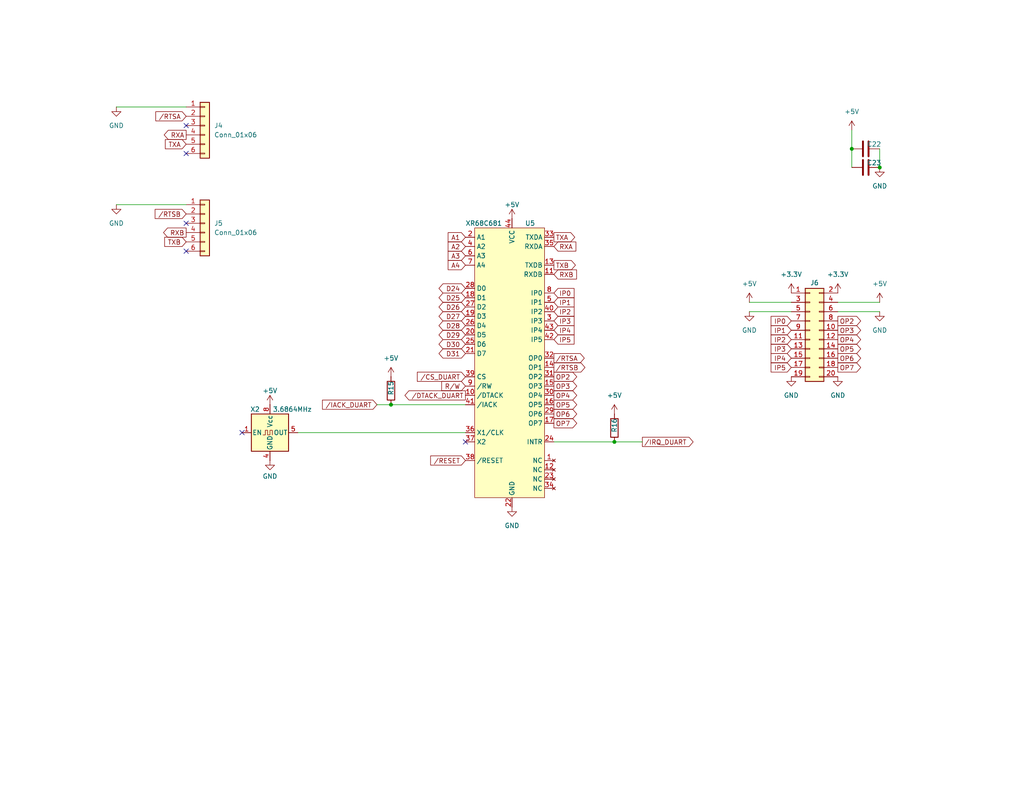
<source format=kicad_sch>
(kicad_sch (version 20231120) (generator "eeschema") (generator_version "8.0")
  (paper "A")
  (title_block (title "Mackerel-30") (date "2024-11-09") (rev "0.1") (company "Colin Maykish"))
  (lib_symbols
    (symbol "Connector_Generic:Conn_01x06" (pin_names (offset 1.016) hide)
      (property "Reference" "J" (at 0 7.62 0))
      (property "Value" "Conn_01x06" (at 0 -10.16 0))
      (symbol "Conn_01x06_1_1"
        (rectangle (start -1.27 -7.493) (end 0 -7.747) (stroke (width 0.1524)))
        (rectangle (start -1.27 -4.953) (end 0 -5.207) (stroke (width 0.1524)))
        (rectangle (start -1.27 -2.413) (end 0 -2.667) (stroke (width 0.1524)))
        (rectangle (start -1.27 0.127) (end 0 -0.127) (stroke (width 0.1524)))
        (rectangle (start -1.27 2.667) (end 0 2.413) (stroke (width 0.1524)))
        (rectangle (start -1.27 5.207) (end 0 4.953) (stroke (width 0.1524)))
        (rectangle (start -1.27 6.35) (end 1.27 -8.89) (stroke (width 0.254)) (fill (type background)))
        (pin passive line (at -5.08 5.08 0) (length 3.81) (name "Pin_1") (number "1"))
        (pin passive line (at -5.08 2.54 0) (length 3.81) (name "Pin_2") (number "2"))
        (pin passive line (at -5.08 0 0) (length 3.81) (name "Pin_3") (number "3"))
        (pin passive line (at -5.08 -2.54 0) (length 3.81) (name "Pin_4") (number "4"))
        (pin passive line (at -5.08 -5.08 0) (length 3.81) (name "Pin_5") (number "5"))
        (pin passive line (at -5.08 -7.62 0) (length 3.81) (name "Pin_6") (number "6"))
      )
    )
    (symbol "Connector_Generic:Conn_02x10_Odd_Even" (pin_names (offset 1.016) hide)
      (property "Reference" "J" (at 1.27 12.7 0))
      (property "Value" "Conn_02x10_Odd_Even" (at 1.27 -15.24 0))
      (symbol "Conn_02x10_Odd_Even_1_1"
        (rectangle (start -1.27 -12.573) (end 0 -12.827) (stroke (width 0.1524)))
        (rectangle (start -1.27 -10.033) (end 0 -10.287) (stroke (width 0.1524)))
        (rectangle (start -1.27 -7.493) (end 0 -7.747) (stroke (width 0.1524)))
        (rectangle (start -1.27 -4.953) (end 0 -5.207) (stroke (width 0.1524)))
        (rectangle (start -1.27 -2.413) (end 0 -2.667) (stroke (width 0.1524)))
        (rectangle (start -1.27 0.127) (end 0 -0.127) (stroke (width 0.1524)))
        (rectangle (start -1.27 2.667) (end 0 2.413) (stroke (width 0.1524)))
        (rectangle (start -1.27 5.207) (end 0 4.953) (stroke (width 0.1524)))
        (rectangle (start -1.27 7.747) (end 0 7.493) (stroke (width 0.1524)))
        (rectangle (start -1.27 10.287) (end 0 10.033) (stroke (width 0.1524)))
        (rectangle (start -1.27 11.43) (end 3.81 -13.97) (stroke (width 0.254)) (fill (type background)))
        (rectangle (start 3.81 -12.573) (end 2.54 -12.827) (stroke (width 0.1524)))
        (rectangle (start 3.81 -10.033) (end 2.54 -10.287) (stroke (width 0.1524)))
        (rectangle (start 3.81 -7.493) (end 2.54 -7.747) (stroke (width 0.1524)))
        (rectangle (start 3.81 -4.953) (end 2.54 -5.207) (stroke (width 0.1524)))
        (rectangle (start 3.81 -2.413) (end 2.54 -2.667) (stroke (width 0.1524)))
        (rectangle (start 3.81 0.127) (end 2.54 -0.127) (stroke (width 0.1524)))
        (rectangle (start 3.81 2.667) (end 2.54 2.413) (stroke (width 0.1524)))
        (rectangle (start 3.81 5.207) (end 2.54 4.953) (stroke (width 0.1524)))
        (rectangle (start 3.81 7.747) (end 2.54 7.493) (stroke (width 0.1524)))
        (rectangle (start 3.81 10.287) (end 2.54 10.033) (stroke (width 0.1524)))
        (pin passive line (at -5.08 10.16 0) (length 3.81) (name "Pin_1") (number "1"))
        (pin passive line (at 7.62 0 180) (length 3.81) (name "Pin_10") (number "10"))
        (pin passive line (at -5.08 -2.54 0) (length 3.81) (name "Pin_11") (number "11"))
        (pin passive line (at 7.62 -2.54 180) (length 3.81) (name "Pin_12") (number "12"))
        (pin passive line (at -5.08 -5.08 0) (length 3.81) (name "Pin_13") (number "13"))
        (pin passive line (at 7.62 -5.08 180) (length 3.81) (name "Pin_14") (number "14"))
        (pin passive line (at -5.08 -7.62 0) (length 3.81) (name "Pin_15") (number "15"))
        (pin passive line (at 7.62 -7.62 180) (length 3.81) (name "Pin_16") (number "16"))
        (pin passive line (at -5.08 -10.16 0) (length 3.81) (name "Pin_17") (number "17"))
        (pin passive line (at 7.62 -10.16 180) (length 3.81) (name "Pin_18") (number "18"))
        (pin passive line (at -5.08 -12.7 0) (length 3.81) (name "Pin_19") (number "19"))
        (pin passive line (at 7.62 10.16 180) (length 3.81) (name "Pin_2") (number "2"))
        (pin passive line (at 7.62 -12.7 180) (length 3.81) (name "Pin_20") (number "20"))
        (pin passive line (at -5.08 7.62 0) (length 3.81) (name "Pin_3") (number "3"))
        (pin passive line (at 7.62 7.62 180) (length 3.81) (name "Pin_4") (number "4"))
        (pin passive line (at -5.08 5.08 0) (length 3.81) (name "Pin_5") (number "5"))
        (pin passive line (at 7.62 5.08 180) (length 3.81) (name "Pin_6") (number "6"))
        (pin passive line (at -5.08 2.54 0) (length 3.81) (name "Pin_7") (number "7"))
        (pin passive line (at 7.62 2.54 180) (length 3.81) (name "Pin_8") (number "8"))
        (pin passive line (at -5.08 0 0) (length 3.81) (name "Pin_9") (number "9"))
      )
    )
    (symbol "Device:C" (pin_numbers hide) (pin_names (offset 0.254))
      (property "Reference" "C" (at 0.635 2.54 0))
      (property "Value" "C" (at 0.635 -2.54 0))
      (symbol "C_0_1"
        (polyline (pts (xy -2.032 -0.762) (xy 2.032 -0.762)) (stroke (width 0.508)))
        (polyline (pts (xy -2.032 0.762) (xy 2.032 0.762)) (stroke (width 0.508)))
      )
      (symbol "C_1_1"
        (pin passive line (at 0 3.81 270) (length 2.794) (name "~") (number "1"))
        (pin passive line (at 0 -3.81 90) (length 2.794) (name "~") (number "2"))
      )
    )
    (symbol "Device:R" (pin_numbers hide) (pin_names (offset 0))
      (property "Reference" "R" (at 2.032 0 90))
      (property "Value" "R" (at 0 0 90))
      (symbol "R_0_1"
        (rectangle (start -1.016 -2.54) (end 1.016 2.54) (stroke (width 0.254)))
      )
      (symbol "R_1_1"
        (pin passive line (at 0 3.81 270) (length 1.27) (name "~") (number "1"))
        (pin passive line (at 0 -3.81 90) (length 1.27) (name "~") (number "2"))
      )
    )
    (symbol "Oscillator:CXO_DIP8" (pin_names (offset 0.254))
      (property "Reference" "X" (at -5.08 6.35 0))
      (property "Value" "CXO_DIP8" (at 1.27 -6.35 0))
      (symbol "CXO_DIP8_0_1"
        (rectangle (start -5.08 5.08) (end 5.08 -5.08) (stroke (width 0.254)) (fill (type background)))
        (polyline (pts (xy -1.905 -0.635) (xy -1.27 -0.635) (xy -1.27 0.635) (xy -0.635 0.635) (xy -0.635 -0.635) (xy 0 -0.635) (xy 0 0.635) (xy 0.635 0.635) (xy 0.635 -0.635)))
      )
      (symbol "CXO_DIP8_1_1"
        (pin input line (at -7.62 0 0) (length 2.54) (name "EN") (number "1"))
        (pin power_in line (at 0 -7.62 90) (length 2.54) (name "GND") (number "4"))
        (pin output line (at 7.62 0 180) (length 2.54) (name "OUT") (number "5"))
        (pin power_in line (at 0 7.62 270) (length 2.54) (name "Vcc") (number "8"))
      )
    )
    (symbol "mackerel-68k-symbols:XR68C681"
      (property "Reference" "U" (at 6.35 33.02 0))
      (property "Value" "XR68C681" (at 0 0 0))
      (symbol "XR68C681_0_1"
        (rectangle (start -10.16 31.75) (end 8.89 -41.91) (fill (type background)))
      )
      (symbol "XR68C681_1_1"
        (pin no_connect line (at 11.43 -31.75 180) (length 2.54) (name "NC") (number "1"))
        (pin output line (at -12.7 -13.97 0) (length 2.54) (name "/DTACK") (number "10"))
        (pin output line (at 11.43 19.05 180) (length 2.54) (name "RXDB") (number "11"))
        (pin no_connect line (at 11.43 -34.29 180) (length 2.54) (name "NC") (number "12"))
        (pin input line (at 11.43 21.59 180) (length 2.54) (name "TXDB") (number "13"))
        (pin output line (at 11.43 -6.35 180) (length 2.54) (name "OP1") (number "14"))
        (pin output line (at 11.43 -11.43 180) (length 2.54) (name "OP3") (number "15"))
        (pin output line (at 11.43 -16.51 180) (length 2.54) (name "OP5") (number "16"))
        (pin output line (at 11.43 -21.59 180) (length 2.54) (name "OP7") (number "17"))
        (pin bidirectional line (at -12.7 12.7 0) (length 2.54) (name "D1") (number "18"))
        (pin bidirectional line (at -12.7 7.62 0) (length 2.54) (name "D3") (number "19"))
        (pin input line (at -12.7 29.21 0) (length 2.54) (name "A1") (number "2"))
        (pin bidirectional line (at -12.7 2.54 0) (length 2.54) (name "D5") (number "20"))
        (pin bidirectional line (at -12.7 -2.54 0) (length 2.54) (name "D7") (number "21"))
        (pin power_in line (at 0 -44.45 90) (length 2.54) (name "GND") (number "22"))
        (pin no_connect line (at 11.43 -36.83 180) (length 2.54) (name "NC") (number "23"))
        (pin output line (at 11.43 -26.67 180) (length 2.54) (name "INTR") (number "24"))
        (pin bidirectional line (at -12.7 0 0) (length 2.54) (name "D6") (number "25"))
        (pin bidirectional line (at -12.7 5.08 0) (length 2.54) (name "D4") (number "26"))
        (pin bidirectional line (at -12.7 10.16 0) (length 2.54) (name "D2") (number "27"))
        (pin bidirectional line (at -12.7 15.24 0) (length 2.54) (name "D0") (number "28"))
        (pin output line (at 11.43 -19.05 180) (length 2.54) (name "OP6") (number "29"))
        (pin input line (at 11.43 6.35 180) (length 2.54) (name "IP3") (number "3"))
        (pin output line (at 11.43 -13.97 180) (length 2.54) (name "OP4") (number "30"))
        (pin output line (at 11.43 -8.89 180) (length 2.54) (name "OP2") (number "31"))
        (pin output line (at 11.43 -3.81 180) (length 2.54) (name "OP0") (number "32"))
        (pin input line (at 11.43 29.21 180) (length 2.54) (name "TXDA") (number "33"))
        (pin no_connect line (at 11.43 -39.37 180) (length 2.54) (name "NC") (number "34"))
        (pin output line (at 11.43 26.67 180) (length 2.54) (name "RXDA") (number "35"))
        (pin input line (at -12.7 -24.13 0) (length 2.54) (name "X1/CLK") (number "36"))
        (pin input line (at -12.7 -26.67 0) (length 2.54) (name "X2") (number "37"))
        (pin input line (at -12.7 -31.75 0) (length 2.54) (name "/RESET") (number "38"))
        (pin input line (at -12.7 -8.89 0) (length 2.54) (name "CS") (number "39"))
        (pin input line (at -12.7 26.67 0) (length 2.54) (name "A2") (number "4"))
        (pin input line (at 11.43 8.89 180) (length 2.54) (name "IP2") (number "40"))
        (pin input line (at -12.7 -16.51 0) (length 2.54) (name "/IACK") (number "41"))
        (pin input line (at 11.43 1.27 180) (length 2.54) (name "IP5") (number "42"))
        (pin input line (at 11.43 3.81 180) (length 2.54) (name "IP4") (number "43"))
        (pin power_in line (at 0 34.29 270) (length 2.54) (name "VCC") (number "44"))
        (pin input line (at 11.43 11.43 180) (length 2.54) (name "IP1") (number "5"))
        (pin input line (at -12.7 24.13 0) (length 2.54) (name "A3") (number "6"))
        (pin input line (at -12.7 21.59 0) (length 2.54) (name "A4") (number "7"))
        (pin input line (at 11.43 13.97 180) (length 2.54) (name "IP0") (number "8"))
        (pin input line (at -12.7 -11.43 0) (length 2.54) (name "/RW") (number "9"))
      )
    )
    (symbol "power:+3.3V" (power) (pin_numbers hide) (pin_names (offset 0) hide)
      (property "Value" "+3.3V" (at 0 3.556 0))
      (symbol "+3.3V_0_1"
        (polyline (pts (xy -0.762 1.27) (xy 0 2.54)))
        (polyline (pts (xy 0 0) (xy 0 2.54)))
        (polyline (pts (xy 0 2.54) (xy 0.762 1.27)))
      )
      (symbol "+3.3V_1_1"
        (pin power_in line (at 0 0 90) (length 0) (name "~") (number "1"))
      )
    )
    (symbol "power:+5V" (power) (pin_numbers hide) (pin_names (offset 0) hide)
      (property "Value" "+5V" (at 0 3.556 0))
      (symbol "+5V_0_1"
        (polyline (pts (xy -0.762 1.27) (xy 0 2.54)))
        (polyline (pts (xy 0 0) (xy 0 2.54)))
        (polyline (pts (xy 0 2.54) (xy 0.762 1.27)))
      )
      (symbol "+5V_1_1"
        (pin power_in line (at 0 0 90) (length 0) (name "~") (number "1"))
      )
    )
    (symbol "power:GND" (power) (pin_numbers hide) (pin_names (offset 0) hide)
      (property "Value" "GND" (at 0 -3.81 0))
      (symbol "GND_0_1"
        (polyline (pts (xy 0 0) (xy 0 -1.27) (xy 1.27 -1.27) (xy 0 -2.54) (xy -1.27 -1.27) (xy 0 -1.27)))
      )
      (symbol "GND_1_1"
        (pin power_in line (at 0 0 270) (length 0) (name "~") (number "1"))
      )
    )
  )
  (junction (at 106.68 110.49))
  (junction (at 240.03 45.72))
  (junction (at 167.64 120.65))
  (junction (at 232.41 40.64))
  (no_connect (at 66.04 118.11))
  (no_connect (at 50.8 34.29))
  (no_connect (at 50.8 68.58))
  (no_connect (at 127 120.65))
  (no_connect (at 50.8 41.91))
  (no_connect (at 50.8 60.96))
  (wire (pts (xy 106.68 110.49) (xy 127 110.49)))
  (wire (pts (xy 232.41 40.64) (xy 232.41 45.72)))
  (wire (pts (xy 81.28 118.11) (xy 127 118.11)))
  (wire (pts (xy 204.47 82.55) (xy 215.9 82.55)))
  (wire (pts (xy 167.64 120.65) (xy 151.13 120.65)))
  (wire (pts (xy 102.87 110.49) (xy 106.68 110.49)))
  (wire (pts (xy 204.47 85.09) (xy 215.9 85.09)))
  (wire (pts (xy 232.41 35.56) (xy 232.41 40.64)))
  (wire (pts (xy 240.03 85.09) (xy 228.6 85.09)))
  (wire (pts (xy 240.03 40.64) (xy 240.03 45.72)))
  (wire (pts (xy 175.26 120.65) (xy 167.64 120.65)))
  (wire (pts (xy 240.03 82.55) (xy 228.6 82.55)))
  (wire (pts (xy 31.75 29.21) (xy 50.8 29.21)))
  (wire (pts (xy 31.75 55.88) (xy 50.8 55.88)))
  (global_label "TXA" (shape output) (at 151.13 64.77 0) (property "Intersheetrefs" "${INTERSHEET_REFS}" (effects (hide yes))))
  (global_label "{slash}RESET" (shape input) (at 127 125.73 180) (property "Intersheetrefs" "${INTERSHEET_REFS}" (effects (hide yes))))
  (global_label "IP2" (shape input) (at 215.9 92.71 180) (property "Intersheetrefs" "${INTERSHEET_REFS}" (effects (hide yes))))
  (global_label "RXA" (shape input) (at 151.13 67.31 0) (property "Intersheetrefs" "${INTERSHEET_REFS}" (effects (hide yes))))
  (global_label "D31" (shape bidirectional) (at 127 96.52 180) (property "Intersheetrefs" "${INTERSHEET_REFS}" (effects (hide yes))))
  (global_label "{slash}RTSB" (shape input) (at 50.8 58.42 180) (property "Intersheetrefs" "${INTERSHEET_REFS}" (effects (hide yes))))
  (global_label "IP0" (shape input) (at 215.9 87.63 180) (property "Intersheetrefs" "${INTERSHEET_REFS}" (effects (hide yes))))
  (global_label "A1" (shape input) (at 127 64.77 180) (property "Intersheetrefs" "${INTERSHEET_REFS}" (effects (hide yes))))
  (global_label "{slash}IRQ_DUART" (shape output) (at 175.26 120.65 0) (property "Intersheetrefs" "${INTERSHEET_REFS}" (effects (hide yes))))
  (global_label "RXA" (shape output) (at 50.8 36.83 180) (property "Intersheetrefs" "${INTERSHEET_REFS}" (effects (hide yes))))
  (global_label "{slash}RTSA" (shape input) (at 50.8 31.75 180) (property "Intersheetrefs" "${INTERSHEET_REFS}" (effects (hide yes))))
  (global_label "TXA" (shape input) (at 50.8 39.37 180) (property "Intersheetrefs" "${INTERSHEET_REFS}" (effects (hide yes))))
  (global_label "IP0" (shape input) (at 151.13 80.01 0) (property "Intersheetrefs" "${INTERSHEET_REFS}" (effects (hide yes))))
  (global_label "IP1" (shape input) (at 151.13 82.55 0) (property "Intersheetrefs" "${INTERSHEET_REFS}" (effects (hide yes))))
  (global_label "OP4" (shape output) (at 228.6 92.71 0) (property "Intersheetrefs" "${INTERSHEET_REFS}" (effects (hide yes))))
  (global_label "RXB" (shape output) (at 50.8 63.5 180) (property "Intersheetrefs" "${INTERSHEET_REFS}" (effects (hide yes))))
  (global_label "IP4" (shape input) (at 151.13 90.17 0) (property "Intersheetrefs" "${INTERSHEET_REFS}" (effects (hide yes))))
  (global_label "IP5" (shape input) (at 215.9 100.33 180) (property "Intersheetrefs" "${INTERSHEET_REFS}" (effects (hide yes))))
  (global_label "OP6" (shape output) (at 228.6 97.79 0) (property "Intersheetrefs" "${INTERSHEET_REFS}" (effects (hide yes))))
  (global_label "OP2" (shape output) (at 151.13 102.87 0) (property "Intersheetrefs" "${INTERSHEET_REFS}" (effects (hide yes))))
  (global_label "D30" (shape bidirectional) (at 127 93.98 180) (property "Intersheetrefs" "${INTERSHEET_REFS}" (effects (hide yes))))
  (global_label "IP4" (shape input) (at 215.9 97.79 180) (property "Intersheetrefs" "${INTERSHEET_REFS}" (effects (hide yes))))
  (global_label "OP6" (shape output) (at 151.13 113.03 0) (property "Intersheetrefs" "${INTERSHEET_REFS}" (effects (hide yes))))
  (global_label "IP5" (shape input) (at 151.13 92.71 0) (property "Intersheetrefs" "${INTERSHEET_REFS}" (effects (hide yes))))
  (global_label "OP7" (shape output) (at 228.6 100.33 0) (property "Intersheetrefs" "${INTERSHEET_REFS}" (effects (hide yes))))
  (global_label "D25" (shape bidirectional) (at 127 81.28 180) (property "Intersheetrefs" "${INTERSHEET_REFS}" (effects (hide yes))))
  (global_label "OP3" (shape output) (at 228.6 90.17 0) (property "Intersheetrefs" "${INTERSHEET_REFS}" (effects (hide yes))))
  (global_label "TXB" (shape input) (at 50.8 66.04 180) (property "Intersheetrefs" "${INTERSHEET_REFS}" (effects (hide yes))))
  (global_label "OP5" (shape output) (at 228.6 95.25 0) (property "Intersheetrefs" "${INTERSHEET_REFS}" (effects (hide yes))))
  (global_label "A2" (shape input) (at 127 67.31 180) (property "Intersheetrefs" "${INTERSHEET_REFS}" (effects (hide yes))))
  (global_label "OP5" (shape output) (at 151.13 110.49 0) (property "Intersheetrefs" "${INTERSHEET_REFS}" (effects (hide yes))))
  (global_label "{slash}RTSA" (shape output) (at 151.13 97.79 0) (property "Intersheetrefs" "${INTERSHEET_REFS}" (effects (hide yes))))
  (global_label "IP3" (shape input) (at 215.9 95.25 180) (property "Intersheetrefs" "${INTERSHEET_REFS}" (effects (hide yes))))
  (global_label "OP4" (shape output) (at 151.13 107.95 0) (property "Intersheetrefs" "${INTERSHEET_REFS}" (effects (hide yes))))
  (global_label "TXB" (shape output) (at 151.13 72.39 0) (property "Intersheetrefs" "${INTERSHEET_REFS}" (effects (hide yes))))
  (global_label "D27" (shape bidirectional) (at 127 86.36 180) (property "Intersheetrefs" "${INTERSHEET_REFS}" (effects (hide yes))))
  (global_label "RXB" (shape input) (at 151.13 74.93 0) (property "Intersheetrefs" "${INTERSHEET_REFS}" (effects (hide yes))))
  (global_label "OP3" (shape output) (at 151.13 105.41 0) (property "Intersheetrefs" "${INTERSHEET_REFS}" (effects (hide yes))))
  (global_label "{slash}CS_DUART" (shape input) (at 127 102.87 180) (property "Intersheetrefs" "${INTERSHEET_REFS}" (effects (hide yes))))
  (global_label "D24" (shape bidirectional) (at 127 78.74 180) (property "Intersheetrefs" "${INTERSHEET_REFS}" (effects (hide yes))))
  (global_label "{slash}RTSB" (shape output) (at 151.13 100.33 0) (property "Intersheetrefs" "${INTERSHEET_REFS}" (effects (hide yes))))
  (global_label "D26" (shape bidirectional) (at 127 83.82 180) (property "Intersheetrefs" "${INTERSHEET_REFS}" (effects (hide yes))))
  (global_label "OP2" (shape output) (at 228.6 87.63 0) (property "Intersheetrefs" "${INTERSHEET_REFS}" (effects (hide yes))))
  (global_label "A3" (shape input) (at 127 69.85 180) (property "Intersheetrefs" "${INTERSHEET_REFS}" (effects (hide yes))))
  (global_label "{slash}DTACK_DUART" (shape output) (at 127 107.95 180) (property "Intersheetrefs" "${INTERSHEET_REFS}" (effects (hide yes))))
  (global_label "OP7" (shape output) (at 151.13 115.57 0) (property "Intersheetrefs" "${INTERSHEET_REFS}" (effects (hide yes))))
  (global_label "R{slash}W" (shape input) (at 127 105.41 180) (property "Intersheetrefs" "${INTERSHEET_REFS}" (effects (hide yes))))
  (global_label "D29" (shape bidirectional) (at 127 91.44 180) (property "Intersheetrefs" "${INTERSHEET_REFS}" (effects (hide yes))))
  (global_label "IP1" (shape input) (at 215.9 90.17 180) (property "Intersheetrefs" "${INTERSHEET_REFS}" (effects (hide yes))))
  (global_label "IP2" (shape input) (at 151.13 85.09 0) (property "Intersheetrefs" "${INTERSHEET_REFS}" (effects (hide yes))))
  (global_label "A4" (shape input) (at 127 72.39 180) (property "Intersheetrefs" "${INTERSHEET_REFS}" (effects (hide yes))))
  (global_label "{slash}IACK_DUART" (shape input) (at 102.87 110.49 180) (property "Intersheetrefs" "${INTERSHEET_REFS}" (effects (hide yes))))
  (global_label "IP3" (shape input) (at 151.13 87.63 0) (property "Intersheetrefs" "${INTERSHEET_REFS}" (effects (hide yes))))
  (global_label "D28" (shape bidirectional) (at 127 88.9 180) (property "Intersheetrefs" "${INTERSHEET_REFS}" (effects (hide yes))))
  (symbol (lib_id "power:+5V") (at 232.41 35.56 0) (unit 1)
    (property "Reference" "#PWR040" (effects (hide yes)))
    (property "Value" "+5V" (at 232.41 30.48 0))
    (property "Description" "Power symbol creates a global label with name \"+5V\"" (effects (hide yes)))
  )
  (symbol (lib_id "mackerel-68k-symbols:XR68C681") (at 139.7 93.98 0) (unit 1)
    (property "Reference" "U5" (at 143.256 60.96 0) (effects (justify left)))
    (property "Value" "XR68C681" (at 127 60.96 0) (effects (justify left)))
    (property "Footprint" "Package_LCC:PLCC-44_THT-Socket" (effects (hide yes)))
  )
  (symbol (lib_id "Connector_Generic:Conn_01x06") (at 55.88 34.29 0) (unit 1)
    (property "Reference" "J4" (at 58.42 34.2899 0) (effects (justify left)))
    (property "Value" "Conn_01x06" (at 58.42 36.8299 0) (effects (justify left)))
    (property "Footprint" "Connector_PinHeader_2.54mm:PinHeader_1x06_P2.54mm_Vertical" (effects (hide yes)))
    (property "Description" "Generic connector, single row, 01x06, script generated (kicad-library-utils/schlib/autogen/connector/)" (effects (hide yes)))
  )
  (symbol (lib_id "Device:R") (at 106.68 106.68 180) (unit 1)
    (property "Reference" "R15" (at 106.68 107.95 90) (effects (justify right)))
    (property "Value" "4k7" (effects (hide yes)))
    (property "Footprint" "Resistor_THT:R_Axial_DIN0207_L6.3mm_D2.5mm_P7.62mm_Horizontal" (effects (hide yes)))
    (property "Description" "Resistor" (effects (hide yes)))
  )
  (symbol (lib_id "power:+5V") (at 73.66 110.49 0) (unit 1)
    (property "Reference" "#PWR028" (effects (hide yes)))
    (property "Value" "+5V" (at 73.66 106.68 0))
    (property "Description" "Power symbol creates a global label with name \"+5V\"" (effects (hide yes)))
  )
  (symbol (lib_id "power:GND") (at 31.75 55.88 0) (unit 1)
    (property "Reference" "#PWR027" (effects (hide yes)))
    (property "Value" "GND" (at 31.75 60.96 0))
    (property "Description" "Power symbol creates a global label with name \"GND\" , ground" (effects (hide yes)))
  )
  (symbol (lib_id "power:GND") (at 73.66 125.73 0) (unit 1)
    (property "Reference" "#PWR029" (effects (hide yes)))
    (property "Value" "GND" (at 73.66 130.048 0))
    (property "Description" "Power symbol creates a global label with name \"GND\" , ground" (effects (hide yes)))
  )
  (symbol (lib_id "Device:R") (at 167.64 116.84 180) (unit 1)
    (property "Reference" "R16" (at 167.64 118.11 90) (effects (justify right)))
    (property "Value" "4k7" (effects (hide yes)))
    (property "Footprint" "Resistor_THT:R_Axial_DIN0207_L6.3mm_D2.5mm_P7.62mm_Horizontal" (effects (hide yes)))
    (property "Description" "Resistor" (effects (hide yes)))
  )
  (symbol (lib_id "power:GND") (at 139.7 138.43 0) (unit 1)
    (property "Reference" "#PWR032" (effects (hide yes)))
    (property "Value" "GND" (at 139.7 143.51 0))
    (property "Description" "Power symbol creates a global label with name \"GND\" , ground" (effects (hide yes)))
  )
  (symbol (lib_id "power:+3.3V") (at 228.6 80.01 0) (unit 1)
    (property "Reference" "#PWR038" (effects (hide yes)))
    (property "Value" "+3.3V" (at 228.6 74.93 0))
    (property "Description" "Power symbol creates a global label with name \"+3.3V\"" (effects (hide yes)))
  )
  (symbol (lib_id "power:+5V") (at 240.03 82.55 0) (unit 1)
    (property "Reference" "#PWR042" (effects (hide yes)))
    (property "Value" "+5V" (at 240.03 77.47 0))
    (property "Description" "Power symbol creates a global label with name \"+5V\"" (effects (hide yes)))
  )
  (symbol (lib_id "power:+5V") (at 106.68 102.87 0) (unit 1)
    (property "Reference" "#PWR030" (effects (hide yes)))
    (property "Value" "+5V" (at 106.68 97.79 0))
    (property "Description" "Power symbol creates a global label with name \"+5V\"" (effects (hide yes)))
  )
  (symbol (lib_id "power:GND") (at 240.03 85.09 0) (unit 1)
    (property "Reference" "#PWR043" (effects (hide yes)))
    (property "Value" "GND" (at 240.03 90.17 0))
    (property "Description" "Power symbol creates a global label with name \"GND\" , ground" (effects (hide yes)))
  )
  (symbol (lib_id "power:GND") (at 31.75 29.21 0) (unit 1)
    (property "Reference" "#PWR026" (effects (hide yes)))
    (property "Value" "GND" (at 31.75 34.29 0))
    (property "Description" "Power symbol creates a global label with name \"GND\" , ground" (effects (hide yes)))
  )
  (symbol (lib_id "power:GND") (at 204.47 85.09 0) (unit 1)
    (property "Reference" "#PWR035" (effects (hide yes)))
    (property "Value" "GND" (at 204.47 90.17 0))
    (property "Description" "Power symbol creates a global label with name \"GND\" , ground" (effects (hide yes)))
  )
  (symbol (lib_id "Device:C") (at 236.22 40.64 90) (unit 1)
    (property "Reference" "C22" (at 238.506 39.37 90))
    (property "Value" "0.1uF" (effects (hide yes)))
    (property "Footprint" "Capacitor_THT:C_Disc_D4.3mm_W1.9mm_P5.00mm" (effects (hide yes)))
    (property "Description" "Unpolarized capacitor" (effects (hide yes)))
  )
  (symbol (lib_id "power:GND") (at 228.6 102.87 0) (unit 1)
    (property "Reference" "#PWR039" (effects (hide yes)))
    (property "Value" "GND" (at 228.6 107.95 0))
    (property "Description" "Power symbol creates a global label with name \"GND\" , ground" (effects (hide yes)))
  )
  (symbol (lib_id "power:GND") (at 240.03 45.72 0) (unit 1)
    (property "Reference" "#PWR041" (effects (hide yes)))
    (property "Value" "GND" (at 240.03 50.8 0))
    (property "Description" "Power symbol creates a global label with name \"GND\" , ground" (effects (hide yes)))
  )
  (symbol (lib_id "Connector_Generic:Conn_02x10_Odd_Even") (at 220.98 90.17 0) (unit 1)
    (property "Reference" "J6" (at 222.25 77.216 0))
    (property "Value" "Conn_02x10_Odd_Even" (effects (hide yes)))
    (property "Footprint" "Connector_PinHeader_2.54mm:PinHeader_2x10_P2.54mm_Vertical" (effects (hide yes)))
    (property "Description" "Generic connector, double row, 02x10, odd/even pin numbering scheme (row 1 odd numbers, row 2 even numbers), script generated (kicad-library-utils/schlib/autogen/connector/)" (effects (hide yes)))
  )
  (symbol (lib_id "power:+5V") (at 167.64 113.03 0) (unit 1)
    (property "Reference" "#PWR033" (effects (hide yes)))
    (property "Value" "+5V" (at 167.64 107.95 0))
    (property "Description" "Power symbol creates a global label with name \"+5V\"" (effects (hide yes)))
  )
  (symbol (lib_id "power:+5V") (at 139.7 59.69 0) (unit 1)
    (property "Reference" "#PWR031" (effects (hide yes)))
    (property "Value" "+5V" (at 139.7 55.88 0))
    (property "Description" "Power symbol creates a global label with name \"+5V\"" (effects (hide yes)))
  )
  (symbol (lib_id "Device:C") (at 236.22 45.72 90) (unit 1)
    (property "Reference" "C23" (at 238.506 44.45 90))
    (property "Value" "0.1uF" (effects (hide yes)))
    (property "Footprint" "Capacitor_THT:C_Disc_D4.3mm_W1.9mm_P5.00mm" (effects (hide yes)))
    (property "Description" "Unpolarized capacitor" (effects (hide yes)))
  )
  (symbol (lib_id "power:GND") (at 215.9 102.87 0) (unit 1)
    (property "Reference" "#PWR037" (effects (hide yes)))
    (property "Value" "GND" (at 215.9 107.95 0))
    (property "Description" "Power symbol creates a global label with name \"GND\" , ground" (effects (hide yes)))
  )
  (symbol (lib_id "Connector_Generic:Conn_01x06") (at 55.88 60.96 0) (unit 1)
    (property "Reference" "J5" (at 58.42 60.9599 0) (effects (justify left)))
    (property "Value" "Conn_01x06" (at 58.42 63.4999 0) (effects (justify left)))
    (property "Footprint" "Connector_PinHeader_2.54mm:PinHeader_1x06_P2.54mm_Vertical" (effects (hide yes)))
    (property "Description" "Generic connector, single row, 01x06, script generated (kicad-library-utils/schlib/autogen/connector/)" (effects (hide yes)))
  )
  (symbol (lib_id "power:+3.3V") (at 215.9 80.01 0) (unit 1)
    (property "Reference" "#PWR036" (effects (hide yes)))
    (property "Value" "+3.3V" (at 215.9 74.93 0))
    (property "Description" "Power symbol creates a global label with name \"+3.3V\"" (effects (hide yes)))
  )
  (symbol (lib_id "Oscillator:CXO_DIP8") (at 73.66 118.11 0) (unit 1)
    (property "Reference" "X2" (at 69.596 111.76 0))
    (property "Value" "3.6864MHz" (at 79.756 111.76 0))
    (property "Footprint" "Oscillator:Oscillator_DIP-8" (effects (hide yes)))
    (property "Datasheet" "http://cdn-reichelt.de/documents/datenblatt/B400/OSZI.pdf" (effects (hide yes)))
    (property "Description" "Crystal Clock Oscillator, DIP8-style metal package" (effects (hide yes)))
  )
  (symbol (lib_id "power:+5V") (at 204.47 82.55 0) (unit 1)
    (property "Reference" "#PWR034" (effects (hide yes)))
    (property "Value" "+5V" (at 204.47 77.47 0))
    (property "Description" "Power symbol creates a global label with name \"+5V\"" (effects (hide yes)))
  )
)
</source>
